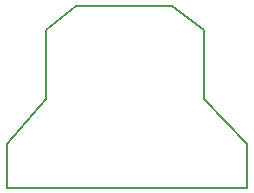
<source format=gbr>
%TF.GenerationSoftware,Novarm,DipTrace,3.2.0.1*%
%TF.CreationDate,2018-06-25T19:00:41-08:00*%
%FSLAX26Y26*%
%MOIN*%
%TF.FileFunction,Profile*%
%TF.Part,Single*%
%ADD11C,0.005512*%
G75*
G01*
%LPD*%
X393701Y537451D2*
D11*
X524950Y687451D1*
Y918726D1*
X624961Y999984D1*
X943744D1*
X1049950Y918701D1*
Y687451D1*
X1193701Y537451D1*
Y393701D1*
X393701D1*
Y537451D1*
M02*

</source>
